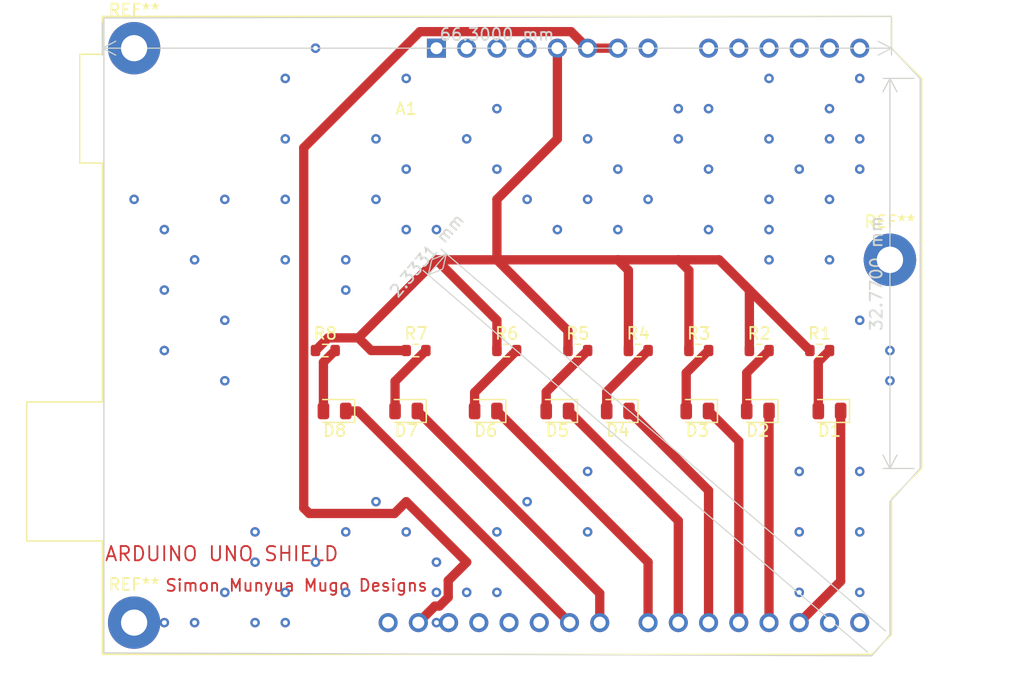
<source format=kicad_pcb>
(kicad_pcb (version 20221018) (generator pcbnew)
  (layers (0 "F.Cu" signal) (31 "B.Cu" signal) (34 "B.Paste" user) (35 "F.Paste" user) (36 "B.SilkS" user "B.Silkscreen") (37 "F.SilkS" user "F.Silkscreen") (38 "B.Mask" user) (39 "F.Mask" user) (44 "Edge.Cuts" user))
  (net 0 "")
  (net 5 "Net-(A1-+5V)")
  (net 6 "GND")
  (net 16 "Net-(A1-D2)")
  (net 17 "Net-(A1-D3)")
  (net 18 "Net-(A1-D4)")
  (net 19 "Net-(A1-D5)")
  (net 20 "Net-(A1-D6)")
  (net 21 "Net-(A1-D7)")
  (net 22 "Net-(A1-D8)")
  (net 23 "Net-(A1-D9)")
  (net 27 "unconnected-(A1-D13-Pad28)")
  (net 29 "Net-(D1-A)")
  (net 30 "Net-(D2-A)")
  (net 31 "Net-(D3-A)")
  (net 32 "Net-(D4-A)")
  (net 33 "Net-(D5-A)")
  (net 34 "Net-(D6-A)")
  (net 35 "Net-(D7-A)")
  (net 36 "Net-(D8-A)")
  (footprint "" (layer "F.Cu") (at 167.64 73.66)
    (fp_text reference "" (at 0 0) (layer "F.SilkS") (effects (font (size 1.27 1.27))))
    (fp_text value "" (at 0 0) (layer "F.SilkS") (effects (font (size 1.27 1.27))))
    (pad "1" thru_hole circle (at 0 0) (size 4.4 4.4) (drill 2.2) (layers "*.Cu" "*.Mask"))
  )
  (footprint "Resistor_SMD:R_0603_1608Metric" (layer "F.Cu") (at 120.205 81.28)
    (fp_text reference "R8" (at 0 -1.43) (layer "F.SilkS"))
    (fp_text value "247")
    (fp_line (start -0.237258 -0.5225) (end 0.237258 -0.5225) (stroke (width 0.12)) (layer "F.SilkS"))
    (fp_line (start -0.237258 0.5225) (end 0.237258 0.5225) (stroke (width 0.12)) (layer "F.SilkS"))
    (pad "1" smd roundrect (at -0.825 0) (size 0.8 0.95) (layers "F.Cu" "F.Paste" "F.Mask") (net 5 "Net-(A1-+5V)"))
    (pad "2" smd roundrect (at 0.825 0) (size 0.8 0.95) (layers "F.Cu" "F.Paste" "F.Mask") (net 36 "Net-(D8-A)"))
  )
  (footprint "LED_SMD:LED_0805_2012Metric" (layer "F.Cu") (at 139.7 86.36 180)
    (fp_text reference "D5" (at 0 -1.65) (layer "F.SilkS"))
    (fp_text value "LED")
    (fp_line (start -1.685 -0.96) (end -1.685 0.96) (stroke (width 0.12)) (layer "F.SilkS"))
    (fp_line (start -1.685 0.96) (end 1 0.96) (stroke (width 0.12)) (layer "F.SilkS"))
    (fp_line (start 1 -0.96) (end -1.685 -0.96) (stroke (width 0.12)) (layer "F.SilkS"))
    (pad "1" smd roundrect (at -0.9375 0 180) (size 0.975 1.4) (layers "F.Cu" "F.Paste" "F.Mask") (net 20 "Net-(A1-D6)"))
    (pad "2" smd roundrect (at 0.9375 0 180) (size 0.975 1.4) (layers "F.Cu" "F.Paste" "F.Mask") (net 33 "Net-(D5-A)"))
  )
  (footprint "LED_SMD:LED_0805_2012Metric" (layer "F.Cu") (at 156.5425 86.36 180)
    (fp_text reference "D2" (at 0 -1.65) (layer "F.SilkS"))
    (fp_text value "LED")
    (fp_line (start -1.685 -0.96) (end -1.685 0.96) (stroke (width 0.12)) (layer "F.SilkS"))
    (fp_line (start -1.685 0.96) (end 1 0.96) (stroke (width 0.12)) (layer "F.SilkS"))
    (fp_line (start 1 -0.96) (end -1.685 -0.96) (stroke (width 0.12)) (layer "F.SilkS"))
    (pad "1" smd roundrect (at -0.9375 0 180) (size 0.975 1.4) (layers "F.Cu" "F.Paste" "F.Mask") (net 17 "Net-(A1-D3)"))
    (pad "2" smd roundrect (at 0.9375 0 180) (size 0.975 1.4) (layers "F.Cu" "F.Paste" "F.Mask") (net 30 "Net-(D2-A)"))
  )
  (footprint "Resistor_SMD:R_0603_1608Metric" (layer "F.Cu") (at 141.415 81.28)
    (fp_text reference "R5" (at 0 -1.43) (layer "F.SilkS"))
    (fp_text value "247")
    (fp_line (start -0.237258 -0.5225) (end 0.237258 -0.5225) (stroke (width 0.12)) (layer "F.SilkS"))
    (fp_line (start -0.237258 0.5225) (end 0.237258 0.5225) (stroke (width 0.12)) (layer "F.SilkS"))
    (pad "1" smd roundrect (at -0.825 0) (size 0.8 0.95) (layers "F.Cu" "F.Paste" "F.Mask") (net 5 "Net-(A1-+5V)"))
    (pad "2" smd roundrect (at 0.825 0) (size 0.8 0.95) (layers "F.Cu" "F.Paste" "F.Mask") (net 33 "Net-(D5-A)"))
  )
  (footprint "LED_SMD:LED_0805_2012Metric" (layer "F.Cu") (at 162.56 86.36 180)
    (fp_text reference "D1" (at 0 -1.65) (layer "F.SilkS"))
    (fp_text value "LED")
    (fp_line (start -1.685 -0.96) (end -1.685 0.96) (stroke (width 0.12)) (layer "F.SilkS"))
    (fp_line (start -1.685 0.96) (end 1 0.96) (stroke (width 0.12)) (layer "F.SilkS"))
    (fp_line (start 1 -0.96) (end -1.685 -0.96) (stroke (width 0.12)) (layer "F.SilkS"))
    (pad "1" smd roundrect (at -0.9375 0 180) (size 0.975 1.4) (layers "F.Cu" "F.Paste" "F.Mask") (net 16 "Net-(A1-D2)"))
    (pad "2" smd roundrect (at 0.9375 0 180) (size 0.975 1.4) (layers "F.Cu" "F.Paste" "F.Mask") (net 29 "Net-(D1-A)"))
  )
  (footprint "Resistor_SMD:R_0603_1608Metric" (layer "F.Cu") (at 161.735 81.28)
    (fp_text reference "R1" (at 0 -1.43) (layer "F.SilkS"))
    (fp_text value "247")
    (fp_line (start -0.237258 -0.5225) (end 0.237258 -0.5225) (stroke (width 0.12)) (layer "F.SilkS"))
    (fp_line (start -0.237258 0.5225) (end 0.237258 0.5225) (stroke (width 0.12)) (layer "F.SilkS"))
    (pad "1" smd roundrect (at -0.825 0) (size 0.8 0.95) (layers "F.Cu" "F.Paste" "F.Mask") (net 5 "Net-(A1-+5V)"))
    (pad "2" smd roundrect (at 0.825 0) (size 0.8 0.95) (layers "F.Cu" "F.Paste" "F.Mask") (net 29 "Net-(D1-A)"))
  )
  (footprint "LED_SMD:LED_0805_2012Metric" (layer "F.Cu") (at 133.6825 86.36 180)
    (fp_text reference "D6" (at 0 -1.65) (layer "F.SilkS"))
    (fp_text value "LED")
    (fp_line (start -1.685 -0.96) (end -1.685 0.96) (stroke (width 0.12)) (layer "F.SilkS"))
    (fp_line (start -1.685 0.96) (end 1 0.96) (stroke (width 0.12)) (layer "F.SilkS"))
    (fp_line (start 1 -0.96) (end -1.685 -0.96) (stroke (width 0.12)) (layer "F.SilkS"))
    (pad "1" smd roundrect (at -0.9375 0 180) (size 0.975 1.4) (layers "F.Cu" "F.Paste" "F.Mask") (net 21 "Net-(A1-D7)"))
    (pad "2" smd roundrect (at 0.9375 0 180) (size 0.975 1.4) (layers "F.Cu" "F.Paste" "F.Mask") (net 34 "Net-(D6-A)"))
  )
  (footprint "MountingHole:MountingHole_2.2mm_M2_Pad" (layer "F.Cu") (at 104.14 55.88)
    (fp_text reference "REF**" (at 0 -3.2) (layer "F.SilkS"))
    (fp_text value "MountingHole_2.2mm_M2_Pad")
    (pad "1" thru_hole circle (at 0 0) (size 4.4 4.4) (drill 2.2) (layers "*.Cu" "*.Mask"))
  )
  (footprint "Resistor_SMD:R_0603_1608Metric" (layer "F.Cu") (at 146.495 81.28)
    (fp_text reference "R4" (at 0 -1.43) (layer "F.SilkS"))
    (fp_text value "247")
    (fp_line (start -0.237258 -0.5225) (end 0.237258 -0.5225) (stroke (width 0.12)) (layer "F.SilkS"))
    (fp_line (start -0.237258 0.5225) (end 0.237258 0.5225) (stroke (width 0.12)) (layer "F.SilkS"))
    (pad "1" smd roundrect (at -0.825 0) (size 0.8 0.95) (layers "F.Cu" "F.Paste" "F.Mask") (net 5 "Net-(A1-+5V)"))
    (pad "2" smd roundrect (at 0.825 0) (size 0.8 0.95) (layers "F.Cu" "F.Paste" "F.Mask") (net 32 "Net-(D4-A)"))
  )
  (footprint "Resistor_SMD:R_0603_1608Metric" (layer "F.Cu") (at 156.655 81.28)
    (fp_text reference "R2" (at 0 -1.43) (layer "F.SilkS"))
    (fp_text value "247")
    (fp_line (start -0.237258 -0.5225) (end 0.237258 -0.5225) (stroke (width 0.12)) (layer "F.SilkS"))
    (fp_line (start -0.237258 0.5225) (end 0.237258 0.5225) (stroke (width 0.12)) (layer "F.SilkS"))
    (pad "1" smd roundrect (at -0.825 0) (size 0.8 0.95) (layers "F.Cu" "F.Paste" "F.Mask") (net 5 "Net-(A1-+5V)"))
    (pad "2" smd roundrect (at 0.825 0) (size 0.8 0.95) (layers "F.Cu" "F.Paste" "F.Mask") (net 30 "Net-(D2-A)"))
  )
  (footprint "MountingHole:MountingHole_2.2mm_M2_Pad" (layer "F.Cu") (at 104.14 104.14)
    (fp_text reference "REF**" (at 0 -3.2) (layer "F.SilkS"))
    (fp_text value "MountingHole_2.2mm_M2_Pad")
    (pad "1" thru_hole circle (at 0 0) (size 4.4 4.4) (drill 2.2) (layers "*.Cu" "*.Mask"))
  )
  (footprint "LED_SMD:LED_0805_2012Metric" (layer "F.Cu") (at 127 86.36 180)
    (fp_text reference "D7" (at 0 -1.65) (layer "F.SilkS"))
    (fp_text value "LED")
    (fp_line (start -1.685 -0.96) (end -1.685 0.96) (stroke (width 0.12)) (layer "F.SilkS"))
    (fp_line (start -1.685 0.96) (end 1 0.96) (stroke (width 0.12)) (layer "F.SilkS"))
    (fp_line (start 1 -0.96) (end -1.685 -0.96) (stroke (width 0.12)) (layer "F.SilkS"))
    (pad "1" smd roundrect (at -0.9375 0 180) (size 0.975 1.4) (layers "F.Cu" "F.Paste" "F.Mask") (net 22 "Net-(A1-D8)"))
    (pad "2" smd roundrect (at 0.9375 0 180) (size 0.975 1.4) (layers "F.Cu" "F.Paste" "F.Mask") (net 35 "Net-(D7-A)"))
  )
  (footprint "LED_SMD:LED_0805_2012Metric" (layer "F.Cu") (at 120.9825 86.36 180)
    (fp_text reference "D8" (at 0 -1.65) (layer "F.SilkS"))
    (fp_text value "LED")
    (fp_line (start -1.685 -0.96) (end -1.685 0.96) (stroke (width 0.12)) (layer "F.SilkS"))
    (fp_line (start -1.685 0.96) (end 1 0.96) (stroke (width 0.12)) (layer "F.SilkS"))
    (fp_line (start 1 -0.96) (end -1.685 -0.96) (stroke (width 0.12)) (layer "F.SilkS"))
    (pad "1" smd roundrect (at -0.9375 0 180) (size 0.975 1.4) (layers "F.Cu" "F.Paste" "F.Mask") (net 23 "Net-(A1-D9)"))
    (pad "2" smd roundrect (at 0.9375 0 180) (size 0.975 1.4) (layers "F.Cu" "F.Paste" "F.Mask") (net 36 "Net-(D8-A)"))
  )
  (footprint "Module:Arduino_UNO_R2" (layer "F.Cu") (at 129.54 55.88)
    (fp_text reference "A1" (at -2.54 5.08 180) (layer "F.SilkS"))
    (fp_text value "Arduino_UNO_R2")
    (fp_line (start -34.42 29.72) (end -34.42 41.4) (stroke (width 0.12)) (layer "F.SilkS"))
    (fp_line (start -34.42 41.4) (end -28.07 41.4) (stroke (width 0.12)) (layer "F.SilkS"))
    (fp_line (start -29.97 0.51) (end -29.97 9.65) (stroke (width 0.12)) (layer "F.SilkS"))
    (fp_line (start -29.97 9.65) (end -28.07 9.65) (stroke (width 0.12)) (layer "F.SilkS"))
    (fp_line (start -28.07 -2.67) (end -28.07 0.51) (stroke (width 0.12)) (layer "F.SilkS"))
    (fp_line (start -28.07 0.51) (end -29.97 0.51) (stroke (width 0.12)) (layer "F.SilkS"))
    (fp_line (start -28.07 9.65) (end -28.07 29.72) (stroke (width 0.12)) (layer "F.SilkS"))
    (fp_line (start -28.07 29.72) (end -34.42 29.72) (stroke (width 0.12)) (layer "F.SilkS"))
    (fp_line (start -28.07 41.4) (end -28.07 50.93) (stroke (width 0.12)) (layer "F.SilkS"))
    (fp_line (start -28.07 50.93) (end 36.58 50.93) (stroke (width 0.12)) (layer "F.SilkS"))
    (fp_line (start 36.58 50.93) (end 38.23 49.28) (stroke (width 0.12)) (layer "F.SilkS"))
    (fp_line (start 38.23 -2.67) (end -28.07 -2.67) (stroke (width 0.12)) (layer "F.SilkS"))
    (fp_line (start 38.23 0) (end 38.23 -2.67) (stroke (width 0.12)) (layer "F.SilkS"))
    (fp_line (start 38.23 37.85) (end 40.77 35.31) (stroke (width 0.12)) (layer "F.SilkS"))
    (fp_line (start 38.23 49.28) (end 38.23 37.85) (stroke (width 0.12)) (layer "F.SilkS"))
    (fp_line (start 40.77 2.54) (end 38.23 0) (stroke (width 0.12)) (layer "F.SilkS"))
    (fp_line (start 40.77 35.31) (end 40.77 2.54) (stroke (width 0.12)) (layer "F.SilkS"))
    (pad "1" thru_hole rect (at 0 0 90) (size 1.6 1.6) (drill 1) (layers "*.Cu" "*.Mask"))
    (pad "2" thru_hole oval (at 2.54 0 90) (size 1.6 1.6) (drill 1) (layers "*.Cu" "*.Mask"))
    (pad "3" thru_hole oval (at 5.08 0 90) (size 1.6 1.6) (drill 1) (layers "*.Cu" "*.Mask"))
    (pad "4" thru_hole oval (at 7.62 0 90) (size 1.6 1.6) (drill 1) (layers "*.Cu" "*.Mask"))
    (pad "5" thru_hole oval (at 10.16 0 90) (size 1.6 1.6) (drill 1) (layers "*.Cu" "*.Mask") (net 5 "Net-(A1-+5V)"))
    (pad "6" thru_hole oval (at 12.7 0 90) (size 1.6 1.6) (drill 1) (layers "*.Cu" "*.Mask") (net 6 "GND"))
    (pad "7" thru_hole oval (at 15.24 0 90) (size 1.6 1.6) (drill 1) (layers "*.Cu" "*.Mask") (net 6 "GND"))
    (pad "8" thru_hole oval (at 17.78 0 90) (size 1.6 1.6) (drill 1) (layers "*.Cu" "*.Mask"))
    (pad "9" thru_hole oval (at 22.86 0 90) (size 1.6 1.6) (drill 1) (layers "*.Cu" "*.Mask"))
    (pad "10" thru_hole oval (at 25.4 0 90) (size 1.6 1.6) (drill 1) (layers "*.Cu" "*.Mask"))
    (pad "11" thru_hole oval (at 27.94 0 90) (size 1.6 1.6) (drill 1) (layers "*.Cu" "*.Mask"))
    (pad "12" thru_hole oval (at 30.48 0 90) (size 1.6 1.6) (drill 1) (layers "*.Cu" "*.Mask"))
    (pad "13" thru_hole oval (at 33.02 0 90) (size 1.6 1.6) (drill 1) (layers "*.Cu" "*.Mask"))
    (pad "14" thru_hole oval (at 35.56 0 90) (size 1.6 1.6) (drill 1) (layers "*.Cu" "*.Mask"))
    (pad "15" thru_hole oval (at 35.56 48.26 90) (size 1.6 1.6) (drill 1) (layers "*.Cu" "*.Mask"))
    (pad "16" thru_hole oval (at 33.02 48.26 90) (size 1.6 1.6) (drill 1) (layers "*.Cu" "*.Mask"))
    (pad "17" thru_hole oval (at 30.48 48.26 90) (size 1.6 1.6) (drill 1) (layers "*.Cu" "*.Mask") (net 16 "Net-(A1-D2)"))
    (pad "18" thru_hole oval (at 27.94 48.26 90) (size 1.6 1.6) (drill 1) (layers "*.Cu" "*.Mask") (net 17 "Net-(A1-D3)"))
    (pad "19" thru_hole oval (at 25.4 48.26 90) (size 1.6 1.6) (drill 1) (layers "*.Cu" "*.Mask") (net 18 "Net-(A1-D4)"))
    (pad "20" thru_hole oval (at 22.86 48.26 90) (size 1.6 1.6) (drill 1) (layers "*.Cu" "*.Mask") (net 19 "Net-(A1-D5)"))
    (pad "21" thru_hole oval (at 20.32 48.26 90) (size 1.6 1.6) (drill 1) (layers "*.Cu" "*.Mask") (net 20 "Net-(A1-D6)"))
    (pad "22" thru_hole oval (at 17.78 48.26 90) (size 1.6 1.6) (drill 1) (layers "*.Cu" "*.Mask") (net 21 "Net-(A1-D7)"))
    (pad "23" thru_hole oval (at 13.72 48.26 90) (size 1.6 1.6) (drill 1) (layers "*.Cu" "*.Mask") (net 22 "Net-(A1-D8)"))
    (pad "24" thru_hole oval (at 11.18 48.26 90) (size 1.6 1.6) (drill 1) (layers "*.Cu" "*.Mask") (net 23 "Net-(A1-D9)"))
    (pad "25" thru_hole oval (at 8.64 48.26 90) (size 1.6 1.6) (drill 1) (layers "*.Cu" "*.Mask"))
    (pad "26" thru_hole oval (at 6.1 48.26 90) (size 1.6 1.6) (drill 1) (layers "*.Cu" "*.Mask"))
    (pad "27" thru_hole oval (at 3.56 48.26 90) (size 1.6 1.6) (drill 1) (layers "*.Cu" "*.Mask"))
    (pad "28" thru_hole oval (at 1.02 48.26 90) (size 1.6 1.6) (drill 1) (layers "*.Cu" "*.Mask") (net 27 "unconnected-(A1-D13-Pad28)"))
    (pad "29" thru_hole oval (at -1.52 48.26 90) (size 1.6 1.6) (drill 1) (layers "*.Cu" "*.Mask") (net 6 "GND"))
    (pad "30" thru_hole oval (at -4.06 48.26 90) (size 1.6 1.6) (drill 1) (layers "*.Cu" "*.Mask"))
  )
  (footprint "LED_SMD:LED_0805_2012Metric" (layer "F.Cu") (at 151.4625 86.36 180)
    (fp_text reference "D3" (at 0 -1.65) (layer "F.SilkS"))
    (fp_text value "LED")
    (fp_line (start -1.685 -0.96) (end -1.685 0.96) (stroke (width 0.12)) (layer "F.SilkS"))
    (fp_line (start -1.685 0.96) (end 1 0.96) (stroke (width 0.12)) (layer "F.SilkS"))
    (fp_line (start 1 -0.96) (end -1.685 -0.96) (stroke (width 0.12)) (layer "F.SilkS"))
    (pad "1" smd roundrect (at -0.9375 0 180) (size 0.975 1.4) (layers "F.Cu" "F.Paste" "F.Mask") (net 18 "Net-(A1-D4)"))
    (pad "2" smd roundrect (at 0.9375 0 180) (size 0.975 1.4) (layers "F.Cu" "F.Paste" "F.Mask") (net 31 "Net-(D3-A)"))
  )
  (footprint "MountingHole:MountingHole_2.2mm_M2_Pad" (layer "F.Cu") (at 167.64 73.66)
    (fp_text reference "REF**" (at 0 -3.2) (layer "F.SilkS"))
    (fp_text value "MountingHole_2.2mm_M2_Pad")
    (pad "1" thru_hole circle (at 0 0) (size 4.4 4.4) (drill 2.2) (layers "*.Cu" "*.Mask"))
  )
  (footprint "Resistor_SMD:R_0603_1608Metric" (layer "F.Cu") (at 135.445 81.28)
    (fp_text reference "R6" (at 0 -1.43) (layer "F.SilkS"))
    (fp_text value "247")
    (fp_line (start -0.237258 -0.5225) (end 0.237258 -0.5225) (stroke (width 0.12)) (layer "F.SilkS"))
    (fp_line (start -0.237258 0.5225) (end 0.237258 0.5225) (stroke (width 0.12)) (layer "F.SilkS"))
    (pad "1" smd roundrect (at -0.825 0) (size 0.8 0.95) (layers "F.Cu" "F.Paste" "F.Mask") (net 5 "Net-(A1-+5V)"))
    (pad "2" smd roundrect (at 0.825 0) (size 0.8 0.95) (layers "F.Cu" "F.Paste" "F.Mask") (net 34 "Net-(D6-A)"))
  )
  (footprint "Resistor_SMD:R_0603_1608Metric" (layer "F.Cu") (at 127.825 81.28)
    (fp_text reference "R7" (at 0 -1.43) (layer "F.SilkS"))
    (fp_text value "247")
    (fp_line (start -0.237258 -0.5225) (end 0.237258 -0.5225) (stroke (width 0.12)) (layer "F.SilkS"))
    (fp_line (start -0.237258 0.5225) (end 0.237258 0.5225) (stroke (width 0.12)) (layer "F.SilkS"))
    (pad "1" smd roundrect (at -0.825 0) (size 0.8 0.95) (layers "F.Cu" "F.Paste" "F.Mask") (net 5 "Net-(A1-+5V)"))
    (pad "2" smd roundrect (at 0.825 0) (size 0.8 0.95) (layers "F.Cu" "F.Paste" "F.Mask") (net 35 "Net-(D7-A)"))
  )
  (footprint "Resistor_SMD:R_0603_1608Metric" (layer "F.Cu") (at 151.575 81.28)
    (fp_text reference "R3" (at 0 -1.43) (layer "F.SilkS"))
    (fp_text value "247")
    (fp_line (start -0.237258 -0.5225) (end 0.237258 -0.5225) (stroke (width 0.12)) (layer "F.SilkS"))
    (fp_line (start -0.237258 0.5225) (end 0.237258 0.5225) (stroke (width 0.12)) (layer "F.SilkS"))
    (pad "1" smd roundrect (at -0.825 0) (size 0.8 0.95) (layers "F.Cu" "F.Paste" "F.Mask") (net 5 "Net-(A1-+5V)"))
    (pad "2" smd roundrect (at 0.825 0) (size 0.8 0.95) (layers "F.Cu" "F.Paste" "F.Mask") (net 31 "Net-(D3-A)"))
  )
  (footprint "LED_SMD:LED_0805_2012Metric" (layer "F.Cu") (at 144.78 86.36 180)
    (fp_text reference "D4" (at 0 -1.65) (layer "F.SilkS"))
    (fp_text value "LED")
    (fp_line (start -1.685 -0.96) (end -1.685 0.96) (stroke (width 0.12)) (layer "F.SilkS"))
    (fp_line (start -1.685 0.96) (end 1 0.96) (stroke (width 0.12)) (layer "F.SilkS"))
    (fp_line (start 1 -0.96) (end -1.685 -0.96) (stroke (width 0.12)) (layer "F.SilkS"))
    (pad "1" smd roundrect (at -0.9375 0 180) (size 0.975 1.4) (layers "F.Cu" "F.Paste" "F.Mask") (net 19 "Net-(A1-D5)"))
    (pad "2" smd roundrect (at 0.9375 0 180) (size 0.975 1.4) (layers "F.Cu" "F.Paste" "F.Mask") (net 32 "Net-(D4-A)"))
  )
  (gr_line (start 101.6 106.68) (end 101.6 53.34) (stroke (width 0.1)) (layer "Edge.Cuts"))
  (gr_line (start 167.64 93.98) (end 167.64 105.16) (stroke (width 0.1)) (layer "Edge.Cuts"))
  (gr_line (start 170.18 58.42) (end 170.18 91.19) (stroke (width 0.1)) (layer "Edge.Cuts"))
  (gr_line (start 101.6 53.34) (end 167.77 53.21) (stroke (width 0.1)) (layer "Edge.Cuts"))
  (gr_line (start 166.12 106.93) (end 101.6 106.68) (stroke (width 0.1)) (layer "Edge.Cuts"))
  (gr_line (start 167.77 53.21) (end 167.77 55.88) (stroke (width 0.1)) (layer "Edge.Cuts"))
  (gr_line (start 167.77 55.88) (end 170.18 58.42) (stroke (width 0.1)) (layer "Edge.Cuts"))
  (gr_line (start 170.18 91.19) (end 167.64 93.98) (stroke (width 0.1)) (layer "Edge.Cuts"))
  (gr_line (start 167.64 105.16) (end 166.12 106.93) (stroke (width 0.1)) (layer "Edge.Cuts"))
  (gr_text "Simon Munyua Mugo Designs" (at 106.68 101.6) (layer "F.Cu") (effects (font (size 1 1)) (justify left bottom)))
  (gr_text "ARDUINO UNO SHIELD" (at 101.6 99.06) (layer "F.Cu") (effects (font (size 1.2 1.2)) (justify left bottom)))
  (dimension (type aligned) (layer "Edge.Cuts") (pts (xy 170.18 58.42) (xy 170.18 91.19)) (height 2.54) (gr_text "32.7700 mm" (at 166.49 74.805 90) (layer "Edge.Cuts") (effects (font (size 1 1) (thickness 0.15)))) (format (prefix "") (suffix "") (units 3) (units_format 1) (precision 4)) (style (thickness 0.1) (arrow_length 1.27) (text_position_mode 0) (extension_height 0.58642) (extension_offset 0.5) keep_text_aligned))
  (dimension (type aligned) (layer "Edge.Cuts") (pts (xy 101.47 53.21) (xy 167.77 53.21)) (height 2.67) (gr_text "66.3000 mm" (at 134.62 54.73) (layer "Edge.Cuts") (effects (font (size 1 1) (thickness 0.15)))) (format (prefix "") (suffix "") (units 3) (units_format 1) (precision 4)) (style (thickness 0.1) (arrow_length 1.27) (text_position_mode 0) (extension_height 0.58642) (extension_offset 0.5) keep_text_aligned))
  (dimension (type aligned) (layer "Edge.Cuts") (pts (xy 167.64 105.16) (xy 166.12 106.93)) (height 49.124977) (gr_text "2.3331 mm" (at 128.73883 73.291 49.34543175) (layer "Edge.Cuts") (effects (font (size 1 1) (thickness 0.15)))) (format (prefix "") (suffix "") (units 3) (units_format 1) (precision 4)) (style (thickness 0.1) (arrow_length 1.27) (text_position_mode 0) (extension_height 0.58642) (extension_offset 0.5) keep_text_aligned))
  (via (at 134.62 66.04) (size 0.8) (drill 0.4) (layers "F.Cu" "B.Cu") (net 0))
  (via (at 127 71.12) (size 0.8) (drill 0.4) (layers "F.Cu" "B.Cu") (net 0))
  (via (at 132.08 101.6) (size 0.8) (drill 0.4) (layers "F.Cu" "B.Cu") (net 0))
  (via (at 104.14 68.58) (size 0.8) (drill 0.4) (layers "F.Cu" "B.Cu") (net 0))
  (via (at 111.76 101.6) (size 0.8) (drill 0.4) (layers "F.Cu" "B.Cu") (net 0))
  (via (at 157.48 73.66) (size 0.8) (drill 0.4) (layers "F.Cu" "B.Cu") (net 0))
  (via (at 106.68 76.2) (size 0.8) (drill 0.4) (layers "F.Cu" "B.Cu") (net 0))
  (via (at 127 58.42) (size 0.8) (drill 0.4) (layers "F.Cu" "B.Cu") (net 0))
  (via (at 142.24 91.44) (size 0.8) (drill 0.4) (layers "F.Cu" "B.Cu") (net 0))
  (via (at 152.4 66.04) (size 0.8) (drill 0.4) (layers "F.Cu" "B.Cu") (net 0))
  (via (at 157.48 71.12) (size 0.8) (drill 0.4) (layers "F.Cu" "B.Cu") (net 0))
  (via (at 116.84 101.6) (size 0.8) (drill 0.4) (layers "F.Cu" "B.Cu") (net 0))
  (via (at 147.32 68.58) (size 0.8) (drill 0.4) (layers "F.Cu" "B.Cu") (net 0))
  (via (at 134.62 60.96) (size 0.8) (drill 0.4) (layers "F.Cu" "B.Cu") (net 0))
  (via (at 114.3 99.06) (size 0.8) (drill 0.4) (layers "F.Cu" "B.Cu") (net 0))
  (via (at 165.1 66.04) (size 0.8) (drill 0.4) (layers "F.Cu" "B.Cu") (net 0))
  (via (at 137.16 68.58) (size 0.8) (drill 0.4) (layers "F.Cu" "B.Cu") (net 0))
  (via (at 116.84 68.58) (size 0.8) (drill 0.4) (layers "F.Cu" "B.Cu") (net 0))
  (via (at 121.92 96.52) (size 0.8) (drill 0.4) (layers "F.Cu" "B.Cu") (net 0))
  (via (at 111.76 78.74) (size 0.8) (drill 0.4) (layers "F.Cu" "B.Cu") (net 0))
  (via (at 157.48 68.58) (size 0.8) (drill 0.4) (layers "F.Cu" "B.Cu") (net 0))
  (via (at 165.1 78.74) (size 0.8) (drill 0.4) (layers "F.Cu" "B.Cu") (net 0))
  (via (at 111.76 68.58) (size 0.8) (drill 0.4) (layers "F.Cu" "B.Cu") (net 0))
  (via (at 142.24 96.52) (size 0.8) (drill 0.4) (layers "F.Cu" "B.Cu") (net 0))
  (via (at 106.68 71.12) (size 0.8) (drill 0.4) (layers "F.Cu" "B.Cu") (net 0))
  (via (at 121.92 73.66) (size 0.8) (drill 0.4) (layers "F.Cu" "B.Cu") (net 0))
  (via (at 132.08 63.5) (size 0.8) (drill 0.4) (layers "F.Cu" "B.Cu") (net 0))
  (via (at 165.1 91.44) (size 0.8) (drill 0.4) (layers "F.Cu" "B.Cu") (net 0))
  (via (at 152.4 60.96) (size 0.8) (drill 0.4) (layers "F.Cu" "B.Cu") (net 0))
  (via (at 162.56 68.58) (size 0.8) (drill 0.4) (layers "F.Cu" "B.Cu") (net 0))
  (via (at 106.68 81.28) (size 0.8) (drill 0.4) (layers "F.Cu" "B.Cu") (net 0))
  (via (at 144.78 66.04) (size 0.8) (drill 0.4) (layers "F.Cu" "B.Cu") (net 0))
  (via (at 116.84 58.42) (size 0.8) (drill 0.4) (layers "F.Cu" "B.Cu") (net 0))
  (via (at 124.46 63.5) (size 0.8) (drill 0.4) (layers "F.Cu" "B.Cu") (net 0))
  (via (at 129.54 101.6) (size 0.8) (drill 0.4) (layers "F.Cu" "B.Cu") (net 0))
  (via (at 121.92 76.2) (size 0.8) (drill 0.4) (layers "F.Cu" "B.Cu") (net 0))
  (via (at 167.64 81.28) (size 0.8) (drill 0.4) (layers "F.Cu" "B.Cu") (net 0))
  (via (at 121.92 101.6) (size 0.8) (drill 0.4) (layers "F.Cu" "B.Cu") (net 0))
  (via (at 127 66.04) (size 0.8) (drill 0.4) (layers "F.Cu" "B.Cu") (net 0))
  (via (at 116.84 63.5) (size 0.8) (drill 0.4) (layers "F.Cu" "B.Cu") (net 0))
  (via (at 137.16 93.98) (size 0.8) (drill 0.4) (layers "F.Cu" "B.Cu") (net 0))
  (via (at 139.7 71.12) (size 0.8) (drill 0.4) (layers "F.Cu" "B.Cu") (net 0))
  (via (at 124.46 68.58) (size 0.8) (drill 0.4) (layers "F.Cu" "B.Cu") (net 0))
  (via (at 165.1 58.42) (size 0.8) (drill 0.4) (layers "F.Cu" "B.Cu") (net 0))
  (via (at 119.38 55.88) (size 0.8) (drill 0.4) (layers "F.Cu" "B.Cu") (net 0))
  (via (at 160.02 91.44) (size 0.8) (drill 0.4) (layers "F.Cu" "B.Cu") (net 0))
  (via (at 142.24 63.5) (size 0.8) (drill 0.4) (layers "F.Cu" "B.Cu") (net 0))
  (via (at 119.38 99.06) (size 0.8) (drill 0.4) (layers "F.Cu" "B.Cu") (net 0))
  (via (at 149.86 60.96) (size 0.8) (drill 0.4) (layers "F.Cu" "B.Cu") (net 0))
  (via (at 142.24 68.58) (size 0.8) (drill 0.4) (layers "F.Cu" "B.Cu") (net 0))
  (via (at 116.84 104.14) (size 0.8) (drill 0.4) (layers "F.Cu" "B.Cu") (net 0))
  (via (at 109.22 104.14) (size 0.8) (drill 0.4) (layers "F.Cu" "B.Cu") (net 0))
  (via (at 129.54 71.12) (size 0.8) (drill 0.4) (layers "F.Cu" "B.Cu") (net 0))
  (via (at 109.22 73.66) (size 0.8) (drill 0.4) (layers "F.Cu" "B.Cu") (net 0))
  (via (at 162.56 73.66) (size 0.8) (drill 0.4) (layers "F.Cu" "B.Cu") (net 0))
  (via (at 127 96.52) (size 0.8) (drill 0.4) (layers "F.Cu" "B.Cu") (net 0))
  (via (at 111.76 83.82) (size 0.8) (drill 0.4) (layers "F.Cu" "B.Cu") (net 0))
  (via (at 129.54 99.06) (size 0.8) (drill 0.4) (layers "F.Cu" "B.Cu") (net 0))
  (via (at 114.3 96.52) (size 0.8) (drill 0.4) (layers "F.Cu" "B.Cu") (net 0))
  (via (at 162.56 60.96) (size 0.8) (drill 0.4) (layers "F.Cu" "B.Cu") (net 0))
  (via (at 165.1 63.5) (size 0.8) (drill 0.4) (layers "F.Cu" "B.Cu") (net 0))
  (via (at 157.48 63.5) (size 0.8) (drill 0.4) (layers "F.Cu" "B.Cu") (net 0))
  (via (at 116.84 73.66) (size 0.8) (drill 0.4) (layers "F.Cu" "B.Cu") (net 0))
  (via (at 106.68 104.14) (size 0.8) (drill 0.4) (layers "F.Cu" "B.Cu") (net 0))
  (via (at 149.86 63.5) (size 0.8) (drill 0.4) (layers "F.Cu" "B.Cu") (net 0))
  (via (at 160.02 101.6) (size 0.8) (drill 0.4) (layers "F.Cu" "B.Cu") (net 0))
  (via (at 124.46 93.98) (size 0.8) (drill 0.4) (layers "F.Cu" "B.Cu") (net 0))
  (via (at 152.4 71.12) (size 0.8) (drill 0.4) (layers "F.Cu" "B.Cu") (net 0))
  (via (at 144.78 71.12) (size 0.8) (drill 0.4) (layers "F.Cu" "B.Cu") (net 0))
  (via (at 157.48 58.42) (size 0.8) (drill 0.4) (layers "F.Cu" "B.Cu") (net 0))
  (via (at 167.64 83.82) (size 0.8) (drill 0.4) (layers "F.Cu" "B.Cu") (net 0))
  (via (at 160.02 96.52) (size 0.8) (drill 0.4) (layers "F.Cu" "B.Cu") (net 0))
  (via (at 165.1 96.52) (size 0.8) (drill 0.4) (layers "F.Cu" "B.Cu") (net 0))
  (via (at 165.1 101.6) (size 0.8) (drill 0.4) (layers "F.Cu" "B.Cu") (net 0))
  (via (at 160.02 66.04) (size 0.8) (drill 0.4) (layers "F.Cu" "B.Cu") (net 0))
  (via (at 134.62 96.52) (size 0.8) (drill 0.4) (layers "F.Cu" "B.Cu") (net 0))
  (via (at 114.3 104.14) (size 0.8) (drill 0.4) (layers "F.Cu" "B.Cu") (net 0))
  (via (at 162.56 63.5) (size 0.8) (drill 0.4) (layers "F.Cu" "B.Cu") (net 0))
  (via (at 134.62 101.6) (size 0.8) (drill 0.4) (layers "F.Cu" "B.Cu") (net 0))
  (segment (start 149.86 73.66) (end 153.29 73.66) (width 0.78) (layer "F.Cu") (net 5))
  (segment (start 153.29 73.66) (end 155.385 75.755) (width 0.78) (layer "F.Cu") (net 5))
  (segment (start 139.7 63.5) (end 139.7 55.88) (width 0.78) (layer "F.Cu") (net 5))
  (segment (start 119.38 81.28) (end 120.445 80.215) (width 0.78) (layer "F.Cu") (net 5))
  (segment (start 134.62 73.66) (end 144.78 73.66) (width 0.78) (layer "F.Cu") (net 5))
  (segment (start 134.62 78.74) (end 129.54 73.66) (width 0.78) (layer "F.Cu") (net 5))
  (segment (start 150.75 74.55) (end 149.86 73.66) (width 0.78) (layer "F.Cu") (net 5))
  (segment (start 145.67 74.55) (end 144.78 73.66) (width 0.78) (layer "F.Cu") (net 5))
  (segment (start 120.445 80.215) (end 122.985 80.215) (width 0.78) (layer "F.Cu") (net 5))
  (segment (start 155.83 76.2) (end 155.385 75.755) (width 0.78) (layer "F.Cu") (net 5))
  (segment (start 124.05 81.28) (end 122.985 80.215) (width 0.78) (layer "F.Cu") (net 5))
  (segment (start 150.75 81.28) (end 150.75 74.55) (width 0.78) (layer "F.Cu") (net 5))
  (segment (start 127 81.28) (end 124.05 81.28) (width 0.78) (layer "F.Cu") (net 5))
  (segment (start 140.59 79.63) (end 134.62 73.66) (width 0.78) (layer "F.Cu") (net 5))
  (segment (start 145.67 81.28) (end 145.67 74.55) (width 0.78) (layer "F.Cu") (net 5))
  (segment (start 134.62 68.58) (end 139.7 63.5) (width 0.78) (layer "F.Cu") (net 5))
  (segment (start 155.385 75.755) (end 160.91 81.28) (width 0.78) (layer "F.Cu") (net 5))
  (segment (start 129.54 73.66) (end 134.62 73.66) (width 0.78) (layer "F.Cu") (net 5))
  (segment (start 134.62 81.28) (end 134.62 78.74) (width 0.78) (layer "F.Cu") (net 5))
  (segment (start 134.62 73.66) (end 134.62 68.58) (width 0.78) (layer "F.Cu") (net 5))
  (segment (start 144.78 73.66) (end 149.86 73.66) (width 0.78) (layer "F.Cu") (net 5))
  (segment (start 155.83 81.28) (end 155.83 76.2) (width 0.78) (layer "F.Cu") (net 5))
  (segment (start 122.985 80.215) (end 129.54 73.66) (width 0.78) (layer "F.Cu") (net 5))
  (segment (start 140.59 81.28) (end 140.59 79.63) (width 0.78) (layer "F.Cu") (net 5))
  (segment (start 130.53 100.61) (end 132.08 99.06) (width 0.78) (layer "F.Cu") (net 6))
  (segment (start 118.85 94.97) (end 118.39 94.51) (width 0.78) (layer "F.Cu") (net 6))
  (segment (start 129.41 102.75) (end 129.790072 102.75) (width 0.78) (layer "F.Cu") (net 6))
  (segment (start 118.39 64.25) (end 128.15 54.49) (width 0.78) (layer "F.Cu") (net 6))
  (segment (start 130.53 102.010072) (end 130.53 100.61) (width 0.78) (layer "F.Cu") (net 6))
  (segment (start 118.39 94.51) (end 118.39 64.25) (width 0.78) (layer "F.Cu") (net 6))
  (segment (start 128.15 54.49) (end 140.85 54.49) (width 0.78) (layer "F.Cu") (net 6))
  (segment (start 127 93.98) (end 126.01 94.97) (width 0.78) (layer "F.Cu") (net 6))
  (segment (start 128.02 104.14) (end 129.41 102.75) (width 0.78) (layer "F.Cu") (net 6))
  (segment (start 132.08 99.06) (end 127 93.98) (width 0.78) (layer "F.Cu") (net 6))
  (segment (start 129.790072 102.75) (end 130.53 102.010072) (width 0.78) (layer "F.Cu") (net 6))
  (segment (start 142.24 55.88) (end 144.78 55.88) (width 0.78) (layer "F.Cu") (net 6))
  (segment (start 126.01 94.97) (end 118.85 94.97) (width 0.78) (layer "F.Cu") (net 6))
  (segment (start 140.85 54.49) (end 142.24 55.88) (width 0.78) (layer "F.Cu") (net 6))
  (segment (start 160.02 104.14) (end 163.4975 100.6625) (width 0.78) (layer "F.Cu") (net 16))
  (segment (start 163.4975 100.6625) (end 163.4975 86.36) (width 0.78) (layer "F.Cu") (net 16))
  (segment (start 157.48 104.14) (end 157.48 86.36) (width 0.78) (layer "F.Cu") (net 17))
  (segment (start 154.94 88.9) (end 152.4 86.36) (width 0.78) (layer "F.Cu") (net 18))
  (segment (start 154.94 104.14) (end 154.94 88.9) (width 0.78) (layer "F.Cu") (net 18))
  (segment (start 152.4 104.14) (end 152.4 93.0425) (width 0.78) (layer "F.Cu") (net 19))
  (segment (start 152.4 93.0425) (end 145.7175 86.36) (width 0.78) (layer "F.Cu") (net 19))
  (segment (start 149.86 95.5825) (end 140.6375 86.36) (width 0.78) (layer "F.Cu") (net 20))
  (segment (start 149.86 104.14) (end 149.86 95.5825) (width 0.78) (layer "F.Cu") (net 20))
  (segment (start 147.32 104.14) (end 147.32 99.06) (width 0.78) (layer "F.Cu") (net 21))
  (segment (start 147.32 99.06) (end 134.62 86.36) (width 0.78) (layer "F.Cu") (net 21))
  (segment (start 143.26 101.6825) (end 127.9375 86.36) (width 0.78) (layer "F.Cu") (net 22))
  (segment (start 143.26 104.14) (end 143.26 101.6825) (width 0.78) (layer "F.Cu") (net 22))
  (segment (start 140.72 104.14) (end 122.94 86.36) (width 0.78) (layer "F.Cu") (net 23))
  (segment (start 122.94 86.36) (end 121.92 86.36) (width 0.78) (layer "F.Cu") (net 23))
  (via (at 129.54 104.14) (size 0.8) (drill 0.4) (layers "F.Cu" "B.Cu") (net 27))
  (segment (start 161.6225 82.2175) (end 162.56 81.28) (width 0.78) (layer "F.Cu") (net 29))
  (segment (start 161.6225 86.36) (end 161.6225 82.2175) (width 0.78) (layer "F.Cu") (net 29))
  (segment (start 155.605 86.36) (end 155.605 83.155) (width 0.78) (layer "F.Cu") (net 30))
  (segment (start 155.605 83.155) (end 157.48 81.28) (width 0.78) (layer "F.Cu") (net 30))
  (segment (start 150.525 83.155) (end 152.4 81.28) (width 0.78) (layer "F.Cu") (net 31))
  (segment (start 150.525 86.36) (end 150.525 83.155) (width 0.78) (layer "F.Cu") (net 31))
  (segment (start 143.8425 84.7575) (end 147.32 81.28) (width 0.78) (layer "F.Cu") (net 32))
  (segment (start 143.8425 86.36) (end 143.8425 84.7575) (width 0.78) (layer "F.Cu") (net 32))
  (segment (start 138.7625 86.36) (end 138.7625 84.7575) (width 0.78) (layer "F.Cu") (net 33))
  (segment (start 138.7625 84.7575) (end 142.24 81.28) (width 0.78) (layer "F.Cu") (net 33))
  (segment (start 132.745 84.805) (end 136.27 81.28) (width 0.78) (layer "F.Cu") (net 34))
  (segment (start 132.745 86.36) (end 132.745 84.805) (width 0.78) (layer "F.Cu") (net 34))
  (segment (start 126.0625 86.36) (end 126.0625 83.8675) (width 0.78) (layer "F.Cu") (net 35))
  (segment (start 126.0625 83.8675) (end 128.65 81.28) (width 0.78) (layer "F.Cu") (net 35))
  (segment (start 120.045 82.265) (end 121.03 81.28) (width 0.78) (layer "F.Cu") (net 36))
  (segment (start 120.045 86.36) (end 120.045 82.265) (width 0.78) (layer "F.Cu") (net 36))
)
</source>
